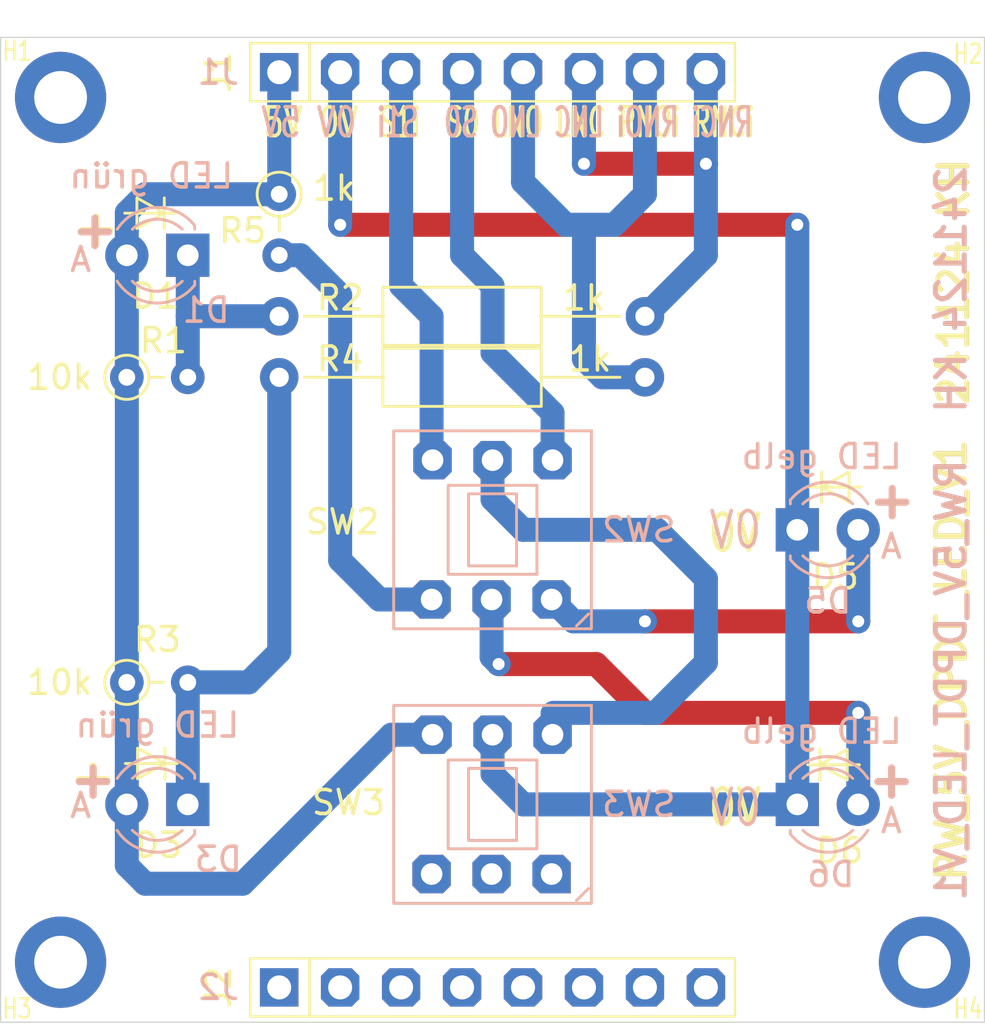
<source format=kicad_pcb>
(kicad_pcb (version 20240108) (generator "pcbnew") (generator_version "8.0")
  (layers (0 "F.Cu" signal) (31 "B.Cu" signal) (34 "B.Paste" user) (35 "F.Paste" user) (36 "B.SilkS" user "B.Silkscreen") (37 "F.SilkS" user "F.Silkscreen") (38 "B.Mask" user) (39 "F.Mask" user) (44 "Edge.Cuts" user))
  (net 0 "")
  (net 1 "Net-(D1-K)")
  (net 2 "/V_I2C")
  (net 3 "/LNO")
  (net 4 "Net-(D3-K)")
  (net 5 "/LNC")
  (net 6 "Net-(D5-A)")
  (net 7 "/S1i")
  (net 8 "/0V")
  (net 9 "Net-(R5-Pad2)")
  (net 10 "/Slocal")
  (net 13 "/S0")
  (net 23 "Net-(D6-A)")
  (footprint "Resistor_THT:R_Axial_DIN0204_L3.6mm_D1.6mm_P2.54mm_Vertical" (layer "F.Cu") (at 36.83 50.8)
    (property "Reference" "R3" (at 1.27 -1.778 180) (layer "F.SilkS"))
    (property "Value" "10k")
    (fp_line (start 0.92 0) (end 1.54 0) (stroke (width 0.12)) (layer "F.SilkS"))
    (fp_circle (center 0 0) (end 0.92 0) (stroke (width 0.12)) (fill none) (layer "F.SilkS"))
    (pad "1" thru_hole circle (at 0 0) (size 1.4 1.4) (drill 0.7) (layers "*.Cu" "*.Mask") (net 2 "/V_I2C"))
    (pad "2" thru_hole oval (at 2.54 0) (size 1.4 1.4) (drill 0.7) (layers "*.Cu" "*.Mask") (net 4 "Net-(D3-K)"))
  )
  (footprint "_kh_library:R_Axial_DIN0207_L6.3mm_D2.5mm_P15.24mm_Horizontal_kh" (layer "F.Cu") (at 43.18 38.1)
    (property "Reference" "R4" (at 2.54 -0.762 0) (layer "F.SilkS"))
    (property "Value" "1k")
    (fp_line (start 1.04 0) (end 4.35 0) (stroke (width 0.12)) (layer "F.SilkS"))
    (fp_line (start 14.2 0) (end 10.89 0) (stroke (width 0.12)) (layer "F.SilkS"))
    (fp_rect (start 4.318 -1.21) (end 10.922 1.21) (stroke (width 0.12)) (fill none) (layer "F.SilkS"))
    (pad "1" thru_hole circle (at 0 0) (size 1.6 1.6) (drill 0.8) (layers "*.Cu" "*.Mask") (net 4 "Net-(D3-K)"))
    (pad "2" thru_hole oval (at 15.24 0) (size 1.6 1.6) (drill 0.8) (layers "*.Cu" "*.Mask") (net 3 "/LNO"))
  )
  (footprint "_kh_library:R_Axial_DIN0207_L6.3mm_D2.5mm_P15.24mm_Horizontal_kh" (layer "F.Cu") (at 43.18 35.56)
    (property "Reference" "R2" (at 2.54 -0.762 0) (layer "F.SilkS"))
    (property "Value" "1k")
    (fp_line (start 1.04 0) (end 4.35 0) (stroke (width 0.12)) (layer "F.SilkS"))
    (fp_line (start 14.2 0) (end 10.89 0) (stroke (width 0.12)) (layer "F.SilkS"))
    (fp_rect (start 4.318 -1.21) (end 10.922 1.21) (stroke (width 0.12)) (fill none) (layer "F.SilkS"))
    (pad "1" thru_hole circle (at 0 0) (size 1.6 1.6) (drill 0.8) (layers "*.Cu" "*.Mask") (net 1 "Net-(D1-K)"))
    (pad "2" thru_hole oval (at 15.24 0) (size 1.6 1.6) (drill 0.8) (layers "*.Cu" "*.Mask") (net 5 "/LNC"))
  )
  (footprint "_kh_library:MountingHole_2.2mm_M2_Pad_TopBottom_kh" (layer "F.Cu") (at 70.07 26.45)
    (property "Reference" "H2" (at 1.812 -1.812 0) (layer "F.SilkS") (effects (font (size 0.8 0.6) (thickness 0.1) (bold yes))))
    (property "Value" "MountingHole" (hide yes))
    (pad "1" thru_hole circle (at 0 0) (size 2.6 2.6) (drill 2.2) (layers "*.Cu" "*.Mask"))
    (pad "1" connect circle (at 0 0) (size 3.8 3.8) (layers "F.Cu" "F.Mask"))
    (pad "1" connect circle (at 0 0) (size 3.8 3.8) (layers "B.Cu" "B.Mask"))
  )
  (footprint "_kh_library:MountingHole_2.2mm_M2_Pad_TopBottom_kh" (layer "F.Cu") (at 34.07 26.45)
    (property "Reference" "H1" (at -1.812 -1.939 0) (layer "F.SilkS") (effects (font (size 0.8 0.6) (thickness 0.1) (bold yes))))
    (property "Value" "MountingHole" (hide yes))
    (pad "1" thru_hole circle (at 0 0) (size 2.6 2.6) (drill 2.2) (layers "*.Cu" "*.Mask"))
    (pad "1" connect circle (at 0 0) (size 3.8 3.8) (layers "F.Cu" "F.Mask"))
    (pad "1" connect circle (at 0 0) (size 3.8 3.8) (layers "B.Cu" "B.Mask"))
  )
  (footprint "Resistor_THT:R_Axial_DIN0204_L3.6mm_D1.6mm_P2.54mm_Vertical" (layer "F.Cu") (at 36.83 38.1)
    (property "Reference" "R1" (at 1.524 -1.524 180) (layer "F.SilkS"))
    (property "Value" "10k")
    (fp_line (start 0.92 0) (end 1.54 0) (stroke (width 0.12)) (layer "F.SilkS"))
    (fp_circle (center 0 0) (end 0.92 0) (stroke (width 0.12)) (fill none) (layer "F.SilkS"))
    (pad "1" thru_hole circle (at 0 0) (size 1.4 1.4) (drill 0.7) (layers "*.Cu" "*.Mask") (net 2 "/V_I2C"))
    (pad "2" thru_hole oval (at 2.54 0) (size 1.4 1.4) (drill 0.7) (layers "*.Cu" "*.Mask") (net 1 "Net-(D1-K)"))
  )
  (footprint "_kh_library:PinSocket_1x08_P2.54mm_Vertical_11mm_kh" (layer "F.Cu") (at 43.18 25.4 90)
    (property "Reference" "J1" (at 0 -2.54 90) (layer "F.SilkS"))
    (property "Value" "Conn_01x08_Pin")
    (fp_line (start -1.21 1.27) (end 1.21 1.27) (stroke (width 0.12)) (layer "F.SilkS"))
    (fp_rect (start -1.21 -1.21) (end 1.21 18.99) (stroke (width 0.1)) (fill none) (layer "F.SilkS"))
    (pad "1" thru_hole rect (at 0 0 90) (size 1.6 1.6) (drill 1) (layers "*.Cu" "*.Mask") (net 2 "/V_I2C"))
    (pad "2" thru_hole roundrect (at 0 2.54 90) (size 1.6 1.6) (drill 1) (layers "*.Cu" "*.Mask") (roundrect_rratio 0) (chamfer_ratio 0.2) (chamfer top_left top_right bottom_left bottom_right) (net 8 "/0V"))
    (pad "3" thru_hole roundrect (at 0 5.08 90) (size 1.6 1.6) (drill 1) (layers "*.Cu" "*.Mask") (roundrect_rratio 0) (chamfer_ratio 0.2) (chamfer top_left top_right bottom_left bottom_right) (net 7 "/S1i"))
    (pad "4" thru_hole roundrect (at 0 7.62 90) (size 1.6 1.6) (drill 1) (layers "*.Cu" "*.Mask") (roundrect_rratio 0) (chamfer_ratio 0.2) (chamfer top_left top_right bottom_left bottom_right) (net 13 "/S0"))
    (pad "5" thru_hole roundrect (at 0 10.16 90) (size 1.6 1.6) (drill 1) (layers "*.Cu" "*.Mask") (roundrect_rratio 0) (chamfer_ratio 0.2) (chamfer top_left top_right bottom_left bottom_right) (net 3 "/LNO"))
    (pad "6" thru_hole roundrect (at 0 12.7 90) (size 1.6 1.6) (drill 1) (layers "*.Cu" "*.Mask") (roundrect_rratio 0) (chamfer_ratio 0.2) (chamfer top_left top_right bottom_left bottom_right) (net 5 "/LNC"))
    (pad "7" thru_hole roundrect (at 0 15.24 90) (size 1.6 1.6) (drill 1) (layers "*.Cu" "*.Mask") (roundrect_rratio 0) (chamfer_ratio 0.2) (chamfer top_left top_right bottom_left bottom_right) (net 3 "/LNO"))
    (pad "8" thru_hole roundrect (at 0 17.78 90) (size 1.6 1.6) (drill 1) (layers "*.Cu" "*.Mask") (roundrect_rratio 0) (chamfer_ratio 0.2) (chamfer top_left top_right bottom_left bottom_right) (net 5 "/LNC"))
  )
  (footprint "Resistor_THT:R_Axial_DIN0204_L3.6mm_D1.6mm_P2.54mm_Vertical" (layer "F.Cu") (at 43.18 30.48 -90)
    (property "Reference" "R5" (at 1.524 1.524 180) (layer "F.SilkS"))
    (property "Value" "1k")
    (fp_line (start 0.92 0) (end 1.54 0) (stroke (width 0.12)) (layer "F.SilkS"))
    (fp_circle (center 0 0) (end 0.92 0) (stroke (width 0.12)) (fill none) (layer "F.SilkS"))
    (pad "1" thru_hole circle (at 0 0 270) (size 1.4 1.4) (drill 0.7) (layers "*.Cu" "*.Mask") (net 2 "/V_I2C"))
    (pad "2" thru_hole oval (at 2.54 0 270) (size 1.4 1.4) (drill 0.7) (layers "*.Cu" "*.Mask") (net 9 "Net-(R5-Pad2)"))
  )
  (footprint "_kh_library:MountingHole_2.2mm_M2_Pad_TopBottom_kh" (layer "F.Cu") (at 34.07 62.45)
    (property "Reference" "H3" (at -1.812 1.939 0) (layer "F.SilkS") (effects (font (size 0.8 0.6) (thickness 0.1) (bold yes))))
    (property "Value" "MountingHole" (hide yes))
    (pad "1" thru_hole circle (at 0 0) (size 2.6 2.6) (drill 2.2) (layers "*.Cu" "*.Mask"))
    (pad "1" connect circle (at 0 0) (size 3.8 3.8) (layers "F.Cu" "F.Mask"))
    (pad "1" connect circle (at 0 0) (size 3.8 3.8) (layers "B.Cu" "B.Mask"))
  )
  (footprint "_kh_library:PinSocket_1x08_P2.54mm_Vertical_11mm_kh" (layer "F.Cu") (at 43.18 63.5 90)
    (property "Reference" "J2" (at 0 -2.54 90) (layer "F.SilkS"))
    (property "Value" "Conn_01x08_Pin")
    (fp_line (start -1.21 1.27) (end 1.21 1.27) (stroke (width 0.12)) (layer "F.SilkS"))
    (fp_rect (start -1.21 -1.21) (end 1.21 18.99) (stroke (width 0.1)) (fill none) (layer "F.SilkS"))
    (pad "1" thru_hole rect (at 0 0 90) (size 1.6 1.6) (drill 1) (layers "*.Cu" "*.Mask"))
    (pad "2" thru_hole roundrect (at 0 2.54 90) (size 1.6 1.6) (drill 1) (layers "*.Cu" "*.Mask") (roundrect_rratio 0) (chamfer_ratio 0.2) (chamfer top_left top_right bottom_left bottom_right))
    (pad "3" thru_hole roundrect (at 0 5.08 90) (size 1.6 1.6) (drill 1) (layers "*.Cu" "*.Mask") (roundrect_rratio 0) (chamfer_ratio 0.2) (chamfer top_left top_right bottom_left bottom_right))
    (pad "4" thru_hole roundrect (at 0 7.62 90) (size 1.6 1.6) (drill 1) (layers "*.Cu" "*.Mask") (roundrect_rratio 0) (chamfer_ratio 0.2) (chamfer top_left top_right bottom_left bottom_right))
    (pad "5" thru_hole roundrect (at 0 10.16 90) (size 1.6 1.6) (drill 1) (layers "*.Cu" "*.Mask") (roundrect_rratio 0) (chamfer_ratio 0.2) (chamfer top_left top_right bottom_left bottom_right))
    (pad "6" thru_hole roundrect (at 0 12.7 90) (size 1.6 1.6) (drill 1) (layers "*.Cu" "*.Mask") (roundrect_rratio 0) (chamfer_ratio 0.2) (chamfer top_left top_right bottom_left bottom_right))
    (pad "7" thru_hole roundrect (at 0 15.24 90) (size 1.6 1.6) (drill 1) (layers "*.Cu" "*.Mask") (roundrect_rratio 0) (chamfer_ratio 0.2) (chamfer top_left top_right bottom_left bottom_right))
    (pad "8" thru_hole roundrect (at 0 17.78 90) (size 1.6 1.6) (drill 1) (layers "*.Cu" "*.Mask") (roundrect_rratio 0) (chamfer_ratio 0.2) (chamfer top_left top_right bottom_left bottom_right))
  )
  (footprint "_kh_library:MountingHole_2.2mm_M2_Pad_TopBottom_kh" (layer "F.Cu") (at 70.07 62.45)
    (property "Reference" "H4" (at 1.812 1.939 0) (layer "F.SilkS") (effects (font (size 0.8 0.6) (thickness 0.1) (bold yes))))
    (property "Value" "MountingHole" (hide yes))
    (pad "1" thru_hole circle (at 0 0) (size 2.6 2.6) (drill 2.2) (layers "*.Cu" "*.Mask"))
    (pad "1" connect circle (at 0 0) (size 3.8 3.8) (layers "F.Cu" "F.Mask"))
    (pad "1" connect circle (at 0 0) (size 3.8 3.8) (layers "B.Cu" "B.Mask"))
  )
  (footprint "LED_THT:LED_D3.0mm" (layer "B.Cu") (at 64.77 44.45)
    (property "Reference" "D5" (at 1.27 2.96 180) (layer "B.SilkS") (effects (justify mirror)))
    (property "Value" "LED gelb")
    (fp_line (start -0.29 -1.236) (end -0.29 -1.08) (stroke (width 0.12)) (layer "B.SilkS"))
    (fp_line (start -0.29 1.08) (end -0.29 1.236) (stroke (width 0.12)) (layer "B.SilkS"))
    (fp_arc (start -0.29 -1.235516) (mid 1.366487 -1.987659) (end 2.942335 -1.078608) (stroke (width 0.12)) (layer "B.SilkS"))
    (fp_arc (start 0.229039 -1.08) (mid 1.270117 -1.5) (end 2.31113 -1.079837) (stroke (width 0.12)) (layer "B.SilkS"))
    (fp_arc (start 2.31113 1.079837) (mid 1.270117 1.5) (end 0.229039 1.08) (stroke (width 0.12)) (layer "B.SilkS"))
    (fp_arc (start 2.942335 1.078608) (mid 1.366487 1.987659) (end -0.29 1.235516) (stroke (width 0.12)) (layer "B.SilkS"))
    (pad "1" thru_hole rect (at 0 0) (size 1.8 1.8) (drill 0.9) (layers "*.Cu" "*.Mask") (net 8 "/0V"))
    (pad "2" thru_hole circle (at 2.54 0) (size 1.8 1.8) (drill 0.9) (layers "*.Cu" "*.Mask") (net 6 "Net-(D5-A)"))
  )
  (footprint "_kh_library:SW_Push_DPDT_8x8" (layer "B.Cu") (at 54.57 58.78 180)
    (property "Reference" "SW3" (at -3.596 2.9 180) (layer "B.SilkS") (effects (justify mirror)))
    (property "Value" "SW_Push_DPDT_8x8")
    (fp_line (start -1 -1.1) (end -1.5 -0.6) (stroke (width 0.12)) (layer "B.SilkS"))
    (fp_rect (start 1.5 1.4) (end 3.5 4.4) (stroke (width 0.12)) (fill none) (layer "B.SilkS"))
    (fp_rect (start 0.65 1.05) (end 4.35 4.75) (stroke (width 0.12)) (fill none) (layer "B.SilkS"))
    (fp_rect (start -1.62 7.02) (end 6.62 -1.22) (stroke (width 0.12)) (fill none) (layer "B.SilkS"))
    (pad "1" thru_hole roundrect (at 0.04 0 180) (size 1.6 1.6) (drill 0.9) (layers "*.Cu" "*.Mask") (roundrect_rratio 0) (chamfer_ratio 0.2) (chamfer top_right bottom_left bottom_right))
    (pad "2" thru_hole roundrect (at 2.54 0 180) (size 1.6 1.6) (drill 0.9) (layers "*.Cu" "*.Mask") (roundrect_rratio 0) (chamfer_ratio 0.2) (chamfer top_left top_right bottom_left bottom_right))
    (pad "3" thru_hole roundrect (at 5.04 0 180) (size 1.6 1.6) (drill 0.9) (layers "*.Cu" "*.Mask") (roundrect_rratio 0) (chamfer_ratio 0.2) (chamfer top_left top_right bottom_left bottom_right))
    (pad "4" thru_hole roundrect (at 5 5.8 180) (size 1.6 1.6) (drill 0.9) (layers "*.Cu" "*.Mask") (roundrect_rratio 0) (chamfer_ratio 0.2) (chamfer top_left top_right bottom_left bottom_right) (net 2 "/V_I2C"))
    (pad "5" thru_hole roundrect (at 2.5 5.8 180) (size 1.6 1.6) (drill 0.9) (layers "*.Cu" "*.Mask") (roundrect_rratio 0) (chamfer_ratio 0.2) (chamfer top_left top_right bottom_left bottom_right) (net 8 "/0V"))
    (pad "6" thru_hole roundrect (at 0 5.8 180) (size 1.6 1.6) (drill 0.9) (layers "*.Cu" "*.Mask") (roundrect_rratio 0) (chamfer_ratio 0.2) (chamfer top_left top_right bottom_left bottom_right) (net 10 "/Slocal"))
  )
  (footprint "LED_THT:LED_D3.0mm" (layer "B.Cu") (at 39.37 33.02 180)
    (property "Reference" "D1" (at -0.762 -2.286 0) (layer "B.SilkS") (effects (justify mirror)))
    (property "Value" "LED grün")
    (fp_line (start -0.29 1.08) (end -0.29 1.236) (stroke (width 0.12)) (layer "B.SilkS"))
    (fp_line (start -0.29 -1.236) (end -0.29 -1.08) (stroke (width 0.12)) (layer "B.SilkS"))
    (fp_arc (start 2.942335 1.078608) (mid 1.366487 1.987659) (end -0.29 1.235516) (stroke (width 0.12)) (layer "B.SilkS"))
    (fp_arc (start 2.31113 1.079837) (mid 1.270117 1.5) (end 0.229039 1.08) (stroke (width 0.12)) (layer "B.SilkS"))
    (fp_arc (start 0.229039 -1.08) (mid 1.270117 -1.5) (end 2.31113 -1.079837) (stroke (width 0.12)) (layer "B.SilkS"))
    (fp_arc (start -0.29 -1.235516) (mid 1.366487 -1.987659) (end 2.942335 -1.078608) (stroke (width 0.12)) (layer "B.SilkS"))
    (pad "1" thru_hole rect (at 0 0 180) (size 1.8 1.8) (drill 0.9) (layers "*.Cu" "*.Mask") (net 1 "Net-(D1-K)"))
    (pad "2" thru_hole circle (at 2.54 0 180) (size 1.8 1.8) (drill 0.9) (layers "*.Cu" "*.Mask") (net 2 "/V_I2C"))
  )
  (footprint "_kh_library:SW_Push_DPDT_8x8" (layer "B.Cu") (at 54.57 47.35 180)
    (property "Reference" "SW2" (at -3.596 2.9 0) (layer "B.SilkS") (effects (justify mirror)))
    (property "Value" "SW_Push_DPDT_8x8")
    (fp_line (start -1 -1.1) (end -1.5 -0.6) (stroke (width 0.12)) (layer "B.SilkS"))
    (fp_rect (start 1.5 1.4) (end 3.5 4.4) (stroke (width 0.12)) (fill none) (layer "B.SilkS"))
    (fp_rect (start 0.65 1.05) (end 4.35 4.75) (stroke (width 0.12)) (fill none) (layer "B.SilkS"))
    (fp_rect (start -1.62 7.02) (end 6.62 -1.22) (stroke (width 0.12)) (fill none) (layer "B.SilkS"))
    (pad "1" thru_hole roundrect (at 0.04 0 180) (size 1.6 1.6) (drill 0.9) (layers "*.Cu" "*.Mask") (roundrect_rratio 0) (chamfer_ratio 0.2) (chamfer top_right bottom_left bottom_right) (net 6 "Net-(D5-A)"))
    (pad "2" thru_hole roundrect (at 2.54 0 180) (size 1.6 1.6) (drill 0.9) (layers "*.Cu" "*.Mask") (roundrect_rratio 0) (chamfer_ratio 0.2) (chamfer top_left top_right bottom_left bottom_right) (net 23 "Net-(D6-A)"))
    (pad "3" thru_hole roundrect (at 5.04 0 180) (size 1.6 1.6) (drill 0.9) (layers "*.Cu" "*.Mask") (roundrect_rratio 0) (chamfer_ratio 0.2) (chamfer top_left top_right bottom_left bottom_right) (net 9 "Net-(R5-Pad2)"))
    (pad "4" thru_hole roundrect (at 5 5.8 180) (size 1.6 1.6) (drill 0.9) (layers "*.Cu" "*.Mask") (roundrect_rratio 0) (chamfer_ratio 0.2) (chamfer top_left top_right bottom_left bottom_right) (net 7 "/S1i"))
    (pad "5" thru_hole roundrect (at 2.5 5.8 180) (size 1.6 1.6) (drill 0.9) (layers "*.Cu" "*.Mask") (roundrect_rratio 0) (chamfer_ratio 0.2) (chamfer top_left top_right bottom_left bottom_right) (net 10 "/Slocal"))
    (pad "6" thru_hole roundrect (at 0 5.8 180) (size 1.6 1.6) (drill 0.9) (layers "*.Cu" "*.Mask") (roundrect_rratio 0) (chamfer_ratio 0.2) (chamfer top_left top_right bottom_left bottom_right) (net 13 "/S0"))
  )
  (footprint "LED_THT:LED_D3.0mm" (layer "B.Cu") (at 39.37 55.88 180)
    (property "Reference" "D3" (at -1.27 -2.286 0) (layer "B.SilkS") (effects (justify mirror)))
    (property "Value" "LED grün")
    (fp_line (start -0.29 1.08) (end -0.29 1.236) (stroke (width 0.12)) (layer "B.SilkS"))
    (fp_line (start -0.29 -1.236) (end -0.29 -1.08) (stroke (width 0.12)) (layer "B.SilkS"))
    (fp_arc (start 2.942335 1.078608) (mid 1.366487 1.987659) (end -0.29 1.235516) (stroke (width 0.12)) (layer "B.SilkS"))
    (fp_arc (start 2.31113 1.079837) (mid 1.270117 1.5) (end 0.229039 1.08) (stroke (width 0.12)) (layer "B.SilkS"))
    (fp_arc (start 0.229039 -1.08) (mid 1.270117 -1.5) (end 2.31113 -1.079837) (stroke (width 0.12)) (layer "B.SilkS"))
    (fp_arc (start -0.29 -1.235516) (mid 1.366487 -1.987659) (end 2.942335 -1.078608) (stroke (width 0.12)) (layer "B.SilkS"))
    (pad "1" thru_hole rect (at 0 0 180) (size 1.8 1.8) (drill 0.9) (layers "*.Cu" "*.Mask") (net 4 "Net-(D3-K)"))
    (pad "2" thru_hole circle (at 2.54 0 180) (size 1.8 1.8) (drill 0.9) (layers "*.Cu" "*.Mask") (net 2 "/V_I2C"))
  )
  (footprint "LED_THT:LED_D3.0mm" (layer "B.Cu") (at 64.77 55.88)
    (property "Reference" "D6" (at 1.397 2.921 180) (layer "B.SilkS") (effects (justify mirror)))
    (property "Value" "LED gelb")
    (fp_line (start -0.29 -1.236) (end -0.29 -1.08) (stroke (width 0.12)) (layer "B.SilkS"))
    (fp_line (start -0.29 1.08) (end -0.29 1.236) (stroke (width 0.12)) (layer "B.SilkS"))
    (fp_arc (start -0.29 -1.235516) (mid 1.366487 -1.987659) (end 2.942335 -1.078608) (stroke (width 0.12)) (layer "B.SilkS"))
    (fp_arc (start 0.229039 -1.08) (mid 1.270117 -1.5) (end 2.31113 -1.079837) (stroke (width 0.12)) (layer "B.SilkS"))
    (fp_arc (start 2.31113 1.079837) (mid 1.270117 1.5) (end 0.229039 1.08) (stroke (width 0.12)) (layer "B.SilkS"))
    (fp_arc (start 2.942335 1.078608) (mid 1.366487 1.987659) (end -0.29 1.235516) (stroke (width 0.12)) (layer "B.SilkS"))
    (pad "1" thru_hole rect (at 0 0) (size 1.8 1.8) (drill 0.9) (layers "*.Cu" "*.Mask") (net 8 "/0V"))
    (pad "2" thru_hole circle (at 2.54 0) (size 1.8 1.8) (drill 0.9) (layers "*.Cu" "*.Mask") (net 23 "Net-(D6-A)"))
  )
  (gr_poly (pts (xy 65.7098 54.229) (xy 66.8528 54.864) (xy 66.8528 53.594)) (stroke (width 0.12)) (fill none) (layer "F.SilkS"))
  (gr_line (start 36.7665 54.1782) (end 38.9255 54.1782) (stroke (width 0.12)) (layer "F.SilkS"))
  (gr_line (start 67.437 42.672) (end 65.278 42.672) (stroke (width 0.12)) (layer "F.SilkS"))
  (gr_line (start 67.3608 54.229) (end 65.2018 54.229) (stroke (width 0.12)) (layer "F.SilkS"))
  (gr_poly (pts (xy 38.4175 54.1782) (xy 37.2745 53.5432) (xy 37.2745 54.8132)) (stroke (width 0.12)) (fill none) (layer "F.SilkS"))
  (gr_line (start 38.4175 53.5432) (end 38.4175 54.8132) (stroke (width 0.12)) (layer "F.SilkS"))
  (gr_line (start 65.7098 54.864) (end 65.7098 53.594) (stroke (width 0.12)) (layer "F.SilkS"))
  (gr_line (start 65.786 43.307) (end 65.786 42.037) (stroke (width 0.12)) (layer "F.SilkS"))
  (gr_poly (pts (xy 65.786 42.672) (xy 66.929 43.307) (xy 66.929 42.037)) (stroke (width 0.12)) (fill none) (layer "F.SilkS"))
  (gr_line (start 36.7411 31.2674) (end 38.9001 31.2674) (stroke (width 0.12)) (layer "F.SilkS"))
  (gr_line (start 38.3921 30.6324) (end 38.3921 31.9024) (stroke (width 0.12)) (layer "F.SilkS"))
  (gr_poly (pts (xy 38.3921 31.2674) (xy 37.2491 30.6324) (xy 37.2491 31.9024)) (stroke (width 0.12)) (fill none) (layer "F.SilkS"))
  (gr_rect (start 31.57 23.95) (end 72.57 64.95) (stroke (width 0.05)) (fill none) (layer "Edge.Cuts"))
  (gr_text "RW_5V_DPDT_LED_V1" (at 71.882 59.182 90) (layer "F.Cu") (effects (font (size 1.2 1.2) (thickness 0.2) (bold yes)) (justify left bottom)))
  (gr_text "241124 KH" (at 71.9836 39.37 90) (layer "F.Cu") (effects (font (size 1.2 1.2) (thickness 0.2) (bold yes)) (justify left bottom)))
  (gr_text "RW_5V_DPDT_LED_V1" (at 71.882 41.402 90) (layer "B.Cu") (effects (font (size 1.2 1.2) (thickness 0.2) (bold yes)) (justify left bottom mirror)))
  (gr_text "241124 KH" (at 71.882 29.21 90) (layer "B.Cu") (effects (font (size 1.2 1.2) (thickness 0.2) (bold yes)) (justify left bottom mirror)))
  (gr_text "A" (at 69.215 45.72 0) (layer "B.SilkS") (effects (font (size 1 1) (thickness 0.15) (bold yes)) (justify left bottom mirror)))
  (gr_text "J2" (at 40.64 63.5 0) (layer "B.SilkS") (effects (font (size 1 1)) (justify mirror)))
  (gr_text "A" (at 69.215 57.15 0) (layer "B.SilkS") (effects (font (size 1 1) (thickness 0.15) (bold yes)) (justify left bottom mirror)))
  (gr_text "+" (at 69.85 44.069 0) (layer "B.SilkS") (effects (font (size 1.5 1.5) (thickness 0.3) (bold yes)) (justify left bottom mirror)))
  (gr_text "+" (at 36.6268 32.8168 0) (layer "B.SilkS") (effects (font (size 1.5 1.5) (thickness 0.3) (bold yes)) (justify left bottom mirror)))
  (gr_text "0V" (at 63.373 45.339 0) (layer "B.SilkS") (effects (font (size 1.5 1.2) (thickness 0.15) (bold yes)) (justify left bottom mirror)))
  (gr_text "LED gelb" (at 65.786 41.402 0) (layer "B.SilkS") (effects (font (size 1 1)) (justify mirror)))
  (gr_text "0V 5V" (at 46.482 28.194 0) (layer "B.SilkS") (effects (font (size 1.2 0.9) (thickness 0.15) (bold yes)) (justify left bottom mirror)))
  (gr_text "+" (at 36.5506 55.7022 0) (layer "B.SilkS") (effects (font (size 1.5 1.5) (thickness 0.3) (bold yes)) (justify left bottom mirror)))
  (gr_text "LED gelb" (at 65.786 52.832 0) (layer "B.SilkS") (effects (font (size 1 1)) (justify mirror)))
  (gr_text "RNCi RNOi LNC LNO S0  S1i" (at 62.992 28.194 0) (layer "B.SilkS") (effects (font (size 1.2 0.72) (thickness 0.15) (bold yes)) (justify left bottom mirror)))
  (gr_text "241124 KH" (at 71.882 29.21 90) (layer "B.SilkS") (effects (font (size 1.2 1.2) (thickness 0.2) (bold yes)) (justify left bottom mirror)))
  (gr_text "J1" (at 40.64 25.4 0) (layer "B.SilkS") (effects (font (size 1 1)) (justify mirror)))
  (gr_text "+" (at 69.8246 55.7022 0) (layer "B.SilkS") (effects (font (size 1.5 1.5) (thickness 0.3) (bold yes)) (justify left bottom mirror)))
  (gr_text "A" (at 35.433 56.515 0) (layer "B.SilkS") (effects (font (size 1 1) (thickness 0.15) (bold yes)) (justify left bottom mirror)))
  (gr_text "A" (at 35.433 33.782 0) (layer "B.SilkS") (effects (font (size 1 1) (thickness 0.15) (bold yes)) (justify left bottom mirror)))
  (gr_text "LED grün" (at 38.1 52.578 0) (layer "B.SilkS") (effects (font (size 1 1)) (justify mirror)))
  (gr_text "LED grün" (at 37.846 29.718 0) (layer "B.SilkS") (effects (font (size 1 1)) (justify mirror)))
  (gr_text "0V" (at 63.373 56.896 0) (layer "B.SilkS") (effects (font (size 1.5 1.2) (thickness 0.15) (bold yes)) (justify left bottom mirror)))
  (gr_text "RW_5V_DPDT_LED_V1" (at 71.882 41.402 90) (layer "B.SilkS") (effects (font (size 1.2 1.2) (thickness 0.2) (bold yes)) (justify left bottom mirror)))
  (gr_text "SW2" (at 44.196 44.704 0) (layer "F.SilkS") (effects (font (size 1 1) (thickness 0.15) (bold yes)) (justify left bottom)))
  (gr_text "RW_5V_DPDT_LED_V1" (at 71.882 59.182 90) (layer "F.SilkS") (effects (font (size 1.2 1.2) (thickness 0.2) (bold yes)) (justify left bottom)))
  (gr_text "S1i  S0 LNO LNC RNOi RNCi" (at 47.244 28.194 0) (layer "F.SilkS") (effects (font (size 1.2 0.72) (thickness 0.15) (bold yes)) (justify left bottom)))
  (gr_text "+" (at 34.417 32.766 0) (layer "F.SilkS") (effects (font (size 1.5 1.5) (thickness 0.3) (bold yes)) (justify left bottom)))
  (gr_text "10k" (at 34.036 50.8 0) (layer "F.SilkS") (effects (font (size 1 1))))
  (gr_text "0V" (at 60.96 56.896 0) (layer "F.SilkS") (effects (font (size 1.5 1.2) (thickness 0.1875)) (justify left bottom)))
  (gr_text "D6" (at 65.4558 58.3946 0) (layer "F.SilkS") (effects (font (size 1 1)) (justify left bottom)))
  (gr_text "D3" (at 37.084 58.166 0) (layer "F.SilkS") (effects (font (size 1 1)) (justify left bottom)))
  (gr_text "5V 0V" (at 42.418 28.194 0) (layer "F.SilkS") (effects (font (size 1.2 0.9) (thickness 0.15) (bold yes)) (justify left bottom)))
  (gr_text "1k" (at 56.134 37.338 0) (layer "F.SilkS") (effects (font (size 1 1))))
  (gr_text "D5" (at 65.278 46.99 0) (layer "F.SilkS") (effects (font (size 1 1)) (justify left bottom)))
  (gr_text "1k" (at 45.466 30.226 0) (layer "F.SilkS") (effects (font (size 1 1))))
  (gr_text "10k" (at 34.036 38.1 0) (layer "F.SilkS") (effects (font (size 1 1))))
  (gr_text "241124 KH" (at 71.9836 39.37 90) (layer "F.SilkS") (effects (font (size 1.2 1.2) (thickness 0.2) (bold yes)) (justify left bottom)))
  (gr_text "SW3" (at 44.45 56.388 0) (layer "F.SilkS") (effects (font (size 1 1) (thickness 0.15) (bold yes)) (justify left bottom)))
  (gr_text "1k" (at 55.88 34.798 0) (layer "F.SilkS") (effects (font (size 1 1))))
  (gr_text "0V" (at 60.96 45.466 0) (layer "F.SilkS") (effects (font (size 1.5 1.2) (thickness 0.1875)) (justify left bottom)))
  (gr_text "D1" (at 36.957 35.306 0) (layer "F.SilkS") (effects (font (size 1 1)) (justify left bottom)))
  (gr_text "+" (at 34.29 55.626 0) (layer "F.SilkS") (effects (font (size 1.5 1.5) (thickness 0.3) (bold yes)) (justify left bottom)))
  (segment (start 43.18 35.56) (end 39.37 35.56) (width 1) (layer "B.Cu") (net 1))
  (segment (start 39.37 35.56) (end 39.37 38.1) (width 1) (layer "B.Cu") (net 1))
  (segment (start 39.37 33.02) (end 39.37 35.56) (width 1) (layer "B.Cu") (net 1))
  (segment (start 37.592 30.48) (end 36.83 31.242) (width 1) (layer "B.Cu") (net 2))
  (segment (start 41.656 59.182) (end 47.858 52.98) (width 1) (layer "B.Cu") (net 2))
  (segment (start 36.83 31.242) (end 36.83 33.02) (width 1) (layer "B.Cu") (net 2))
  (segment (start 43.18 25.4) (end 43.18 30.48) (width 1) (layer "B.Cu") (net 2))
  (segment (start 47.858 52.98) (end 49.57 52.98) (width 1) (layer "B.Cu") (net 2))
  (segment (start 43.18 30.48) (end 37.592 30.48) (width 1) (layer "B.Cu") (net 2))
  (segment (start 36.83 38.1) (end 36.83 50.8) (width 1) (layer "B.Cu") (net 2))
  (segment (start 36.83 33.02) (end 36.83 38.1) (width 1) (layer "B.Cu") (net 2))
  (segment (start 37.592 59.182) (end 41.656 59.182) (width 1) (layer "B.Cu") (net 2))
  (segment (start 36.83 55.88) (end 36.83 58.42) (width 1) (layer "B.Cu") (net 2))
  (segment (start 36.83 58.42) (end 37.592 59.182) (width 1) (layer "B.Cu") (net 2))
  (segment (start 36.83 50.8) (end 36.83 55.88) (width 1) (layer "B.Cu") (net 2))
  (segment (start 55.88 31.75) (end 55.118 31.75) (width 1) (layer "B.Cu") (net 3))
  (segment (start 55.88 37.338) (end 55.88 31.75) (width 1) (layer "B.Cu") (net 3))
  (segment (start 53.34 29.972) (end 53.34 25.4) (width 1) (layer "B.Cu") (net 3))
  (segment (start 58.42 30.48) (end 57.15 31.75) (width 1) (layer "B.Cu") (net 3))
  (segment (start 57.15 31.75) (end 55.88 31.75) (width 1) (layer "B.Cu") (net 3))
  (segment (start 58.42 38.1) (end 56.642 38.1) (width 1) (layer "B.Cu") (net 3))
  (segment (start 56.642 38.1) (end 55.88 37.338) (width 1) (layer "B.Cu") (net 3))
  (segment (start 58.42 25.4) (end 58.42 30.48) (width 1) (layer "B.Cu") (net 3))
  (segment (start 55.118 31.75) (end 53.34 29.972) (width 1) (layer "B.Cu") (net 3))
  (segment (start 39.37 50.8) (end 41.91 50.8) (width 1) (layer "B.Cu") (net 4))
  (segment (start 43.18 49.53) (end 43.18 38.1) (width 1) (layer "B.Cu") (net 4))
  (segment (start 41.91 50.8) (end 43.18 49.53) (width 1) (layer "B.Cu") (net 4))
  (segment (start 39.37 55.88) (end 39.37 50.8) (width 1) (layer "B.Cu") (net 4))
  (segment (start 55.88 29.21) (end 60.96 29.21) (width 1) (layer "F.Cu") (net 5))
  (via (at 60.96 29.21) (size 1) (drill 0.5) (layers "F.Cu" "B.Cu") (net 5))
  (via (at 55.88 29.21) (size 1) (drill 0.5) (layers "F.Cu" "B.Cu") (net 5))
  (segment (start 55.88 25.4) (end 55.88 29.21) (width 1) (layer "B.Cu") (net 5))
  (segment (start 60.96 29.21) (end 60.96 25.4) (width 1) (layer "B.Cu") (net 5))
  (segment (start 60.96 33.02) (end 60.96 29.21) (width 1) (layer "B.Cu") (net 5))
  (segment (start 58.42 35.56) (end 60.96 33.02) (width 1) (layer "B.Cu") (net 5))
  (segment (start 67.31 48.26) (end 58.42 48.26) (width 1) (layer "F.Cu") (net 6))
  (via (at 58.42 48.26) (size 1) (drill 0.5) (layers "F.Cu" "B.Cu") (net 6))
  (via (at 67.31 48.26) (size 1) (drill 0.5) (layers "F.Cu" "B.Cu") (net 6))
  (segment (start 67.31 44.45) (end 67.31 48.26) (width 1) (layer "B.Cu") (net 6))
  (segment (start 58.42 48.26) (end 55.44 48.26) (width 1) (layer "B.Cu") (net 6))
  (segment (start 55.44 48.26) (end 54.53 47.35) (width 1) (layer "B.Cu") (net 6))
  (segment (start 48.26 34.29) (end 49.53 35.56) (width 1) (layer "B.Cu") (net 7))
  (segment (start 48.26 25.4) (end 48.26 34.29) (width 1) (layer "B.Cu") (net 7))
  (segment (start 49.53 35.56) (end 49.53 41.51) (width 1) (layer "B.Cu") (net 7))
  (segment (start 45.72 31.75) (end 64.77 31.75) (width 1) (layer "F.Cu") (net 8))
  (via (at 45.72 31.75) (size 1) (drill 0.5) (layers "F.Cu" "B.Cu") (net 8))
  (via (at 64.77 31.75) (size 1) (drill 0.5) (layers "F.Cu" "B.Cu") (net 8))
  (segment (start 53.34 55.88) (end 64.77 55.88) (width 1) (layer "B.Cu") (net 8))
  (segment (start 64.77 55.88) (end 64.77 44.45) (width 1) (layer "B.Cu") (net 8))
  (segment (start 52.07 54.61) (end 52.07 52.98) (width 1) (layer "B.Cu") (net 8))
  (segment (start 64.77 44.45) (end 64.77 31.75) (width 1) (layer "B.Cu") (net 8))
  (segment (start 53.34 55.88) (end 52.07 54.61) (width 1) (layer "B.Cu") (net 8))
  (segment (start 45.72 25.4) (end 45.72 31.75) (width 1) (layer "B.Cu") (net 8))
  (segment (start 45.72 45.72) (end 47.35 47.35) (width 1) (layer "B.Cu") (net 9))
  (segment (start 45.72 34.671) (end 45.72 45.72) (width 1) (layer "B.Cu") (net 9))
  (segment (start 44.069 33.02) (end 45.72 34.671) (width 1) (layer "B.Cu") (net 9))
  (segment (start 47.35 47.35) (end 49.53 47.35) (width 1) (layer "B.Cu") (net 9))
  (segment (start 43.18 33.02) (end 44.069 33.02) (width 1) (layer "B.Cu") (net 9))
  (segment (start 52.07 41.55) (end 52.07 43.18) (width 1) (layer "B.Cu") (net 10))
  (segment (start 58.8645 52.07) (end 54.61 52.07) (width 1) (layer "B.Cu") (net 10))
  (segment (start 53.34 44.45) (end 58.928 44.45) (width 1) (layer "B.Cu") (net 10))
  (segment (start 52.07 43.18) (end 53.34 44.45) (width 1) (layer "B.Cu") (net 10))
  (segment (start 58.928 44.45) (end 60.96 46.482) (width 1) (layer "B.Cu") (net 10))
  (segment (start 54.61 52.07) (end 54.57 52.11) (width 1) (layer "B.Cu") (net 10))
  (segment (start 60.96 49.9745) (end 58.8645 52.07) (width 1) (layer "B.Cu") (net 10))
  (segment (start 54.57 52.11) (end 54.57 52.98) (width 1) (layer "B.Cu") (net 10))
  (segment (start 60.96 46.482) (end 60.96 49.9745) (width 1) (layer "B.Cu") (net 10))
  (segment (start 50.8 33.02) (end 52.07 34.29) (width 1) (layer "B.Cu") (net 13))
  (segment (start 52.07 37.084) (end 54.57 39.584) (width 1) (layer "B.Cu") (net 13))
  (segment (start 54.57 39.584) (end 54.57 41.55) (width 1) (layer "B.Cu") (net 13))
  (segment (start 52.07 34.29) (end 52.07 37.084) (width 1) (layer "B.Cu") (net 13))
  (segment (start 50.8 25.4) (end 50.8 33.02) (width 1) (layer "B.Cu") (net 13))
  (segment (start 56.388 50.038) (end 58.42 52.07) (width 1) (layer "F.Cu") (net 23))
  (segment (start 52.324 50.038) (end 56.388 50.038) (width 1) (layer "F.Cu") (net 23))
  (segment (start 58.42 52.07) (end 67.31 52.07) (width 1) (layer "F.Cu") (net 23))
  (via (at 52.324 50.038) (size 1) (drill 0.5) (layers "F.Cu" "B.Cu") (net 23))
  (via (at 67.31 52.07) (size 1) (drill 0.5) (layers "F.Cu" "B.Cu") (net 23))
  (segment (start 52.03 49.744) (end 52.324 50.038) (width 1) (layer "B.Cu") (net 23))
  (segment (start 67.31 55.88) (end 67.31 52.07) (width 1) (layer "B.Cu") (net 23))
  (segment (start 52.03 47.35) (end 52.03 49.744) (width 1) (layer "B.Cu") (net 23))
)
</source>
